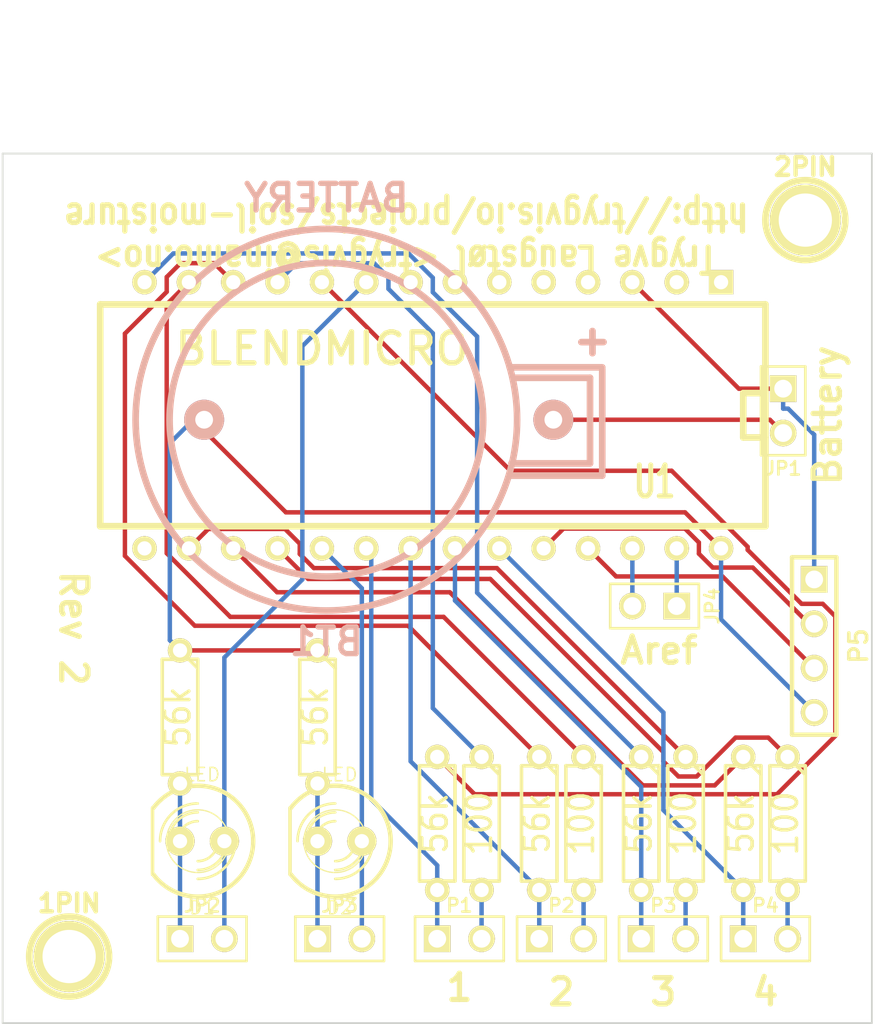
<source format=kicad_pcb>
(kicad_pcb (version 3) (host pcbnew "(22-Jun-2014 BZR 4027)-stable")

  (general
    (links 39)
    (no_connects 0)
    (area 97.485999 71.064001 148.894286 129.336001)
    (thickness 1.6)
    (drawings 13)
    (tracks 124)
    (zones 0)
    (modules 25)
    (nets 28)
  )

  (page A3)
  (layers
    (15 F.Cu signal)
    (0 B.Cu signal)
    (16 B.Adhes user)
    (17 F.Adhes user)
    (18 B.Paste user)
    (19 F.Paste user)
    (20 B.SilkS user)
    (21 F.SilkS user)
    (22 B.Mask user)
    (23 F.Mask user)
    (24 Dwgs.User user)
    (25 Cmts.User user)
    (26 Eco1.User user)
    (27 Eco2.User user)
    (28 Edge.Cuts user)
  )

  (setup
    (last_trace_width 0.254)
    (trace_clearance 0.254)
    (zone_clearance 0.508)
    (zone_45_only no)
    (trace_min 0.254)
    (segment_width 0.2)
    (edge_width 0.1)
    (via_size 0.889)
    (via_drill 0.635)
    (via_min_size 0.889)
    (via_min_drill 0.508)
    (uvia_size 0.508)
    (uvia_drill 0.127)
    (uvias_allowed no)
    (uvia_min_size 0.508)
    (uvia_min_drill 0.127)
    (pcb_text_width 0.3)
    (pcb_text_size 1.5 1.5)
    (mod_edge_width 0.15)
    (mod_text_size 1 1)
    (mod_text_width 0.15)
    (pad_size 4.064 4.064)
    (pad_drill 3.048)
    (pad_to_mask_clearance 0)
    (aux_axis_origin 97.536 129.286)
    (visible_elements FFFFFFBF)
    (pcbplotparams
      (layerselection 284196865)
      (usegerberextensions true)
      (excludeedgelayer true)
      (linewidth 0.150000)
      (plotframeref false)
      (viasonmask false)
      (mode 1)
      (useauxorigin false)
      (hpglpennumber 1)
      (hpglpenspeed 20)
      (hpglpendiameter 15)
      (hpglpenoverlay 2)
      (psnegative false)
      (psa4output false)
      (plotreference true)
      (plotvalue true)
      (plotothertext true)
      (plotinvisibletext false)
      (padsonsilk false)
      (subtractmaskfromsilk false)
      (outputformat 1)
      (mirror false)
      (drillshape 0)
      (scaleselection 1)
      (outputdirectory gerber))
  )

  (net 0 "")
  (net 1 +3.3V)
  (net 2 GND)
  (net 3 N-000001)
  (net 4 N-0000010)
  (net 5 N-0000011)
  (net 6 N-0000012)
  (net 7 N-0000013)
  (net 8 N-0000014)
  (net 9 N-0000015)
  (net 10 N-0000016)
  (net 11 N-0000017)
  (net 12 N-0000019)
  (net 13 N-000002)
  (net 14 N-0000020)
  (net 15 N-0000021)
  (net 16 N-0000022)
  (net 17 N-000003)
  (net 18 N-0000030)
  (net 19 N-0000031)
  (net 20 N-0000032)
  (net 21 N-0000033)
  (net 22 N-0000034)
  (net 23 N-000004)
  (net 24 N-000005)
  (net 25 N-000006)
  (net 26 N-000007)
  (net 27 N-000008)

  (net_class Default "This is the default net class."
    (clearance 0.254)
    (trace_width 0.254)
    (via_dia 0.889)
    (via_drill 0.635)
    (uvia_dia 0.508)
    (uvia_drill 0.127)
    (add_net "")
    (add_net +3.3V)
    (add_net GND)
    (add_net N-000001)
    (add_net N-0000010)
    (add_net N-0000011)
    (add_net N-0000012)
    (add_net N-0000013)
    (add_net N-0000014)
    (add_net N-0000015)
    (add_net N-0000016)
    (add_net N-0000017)
    (add_net N-0000019)
    (add_net N-000002)
    (add_net N-0000020)
    (add_net N-0000021)
    (add_net N-0000022)
    (add_net N-000003)
    (add_net N-0000030)
    (add_net N-0000031)
    (add_net N-0000032)
    (add_net N-0000033)
    (add_net N-0000034)
    (add_net N-000004)
    (add_net N-000005)
    (add_net N-000006)
    (add_net N-000007)
    (add_net N-000008)
  )

  (module CR2032H (layer B.Cu) (tedit 54B83094) (tstamp 54B80ED4)
    (at 116.078 94.742)
    (path /54AAF32A)
    (fp_text reference BT1 (at 0 12.7) (layer B.SilkS)
      (effects (font (size 1.524 1.524) (thickness 0.3048)) (justify mirror))
    )
    (fp_text value BATTERY (at 0 -12.7) (layer B.SilkS)
      (effects (font (size 1.524 1.524) (thickness 0.3048)) (justify mirror))
    )
    (fp_line (start 10.6 2.5) (end 15.1 2.5) (layer B.SilkS) (width 0.381))
    (fp_line (start 15.1 2.5) (end 15.1 -2.4) (layer B.SilkS) (width 0.381))
    (fp_line (start 15.1 -2.4) (end 10.7 -2.4) (layer B.SilkS) (width 0.381))
    (fp_line (start 15.8 -2.9) (end 15.8 3.2) (layer B.SilkS) (width 0.381))
    (fp_line (start 15.8 3.2) (end 10.5 3.2) (layer B.SilkS) (width 0.381))
    (fp_line (start 10.5 -3) (end 15.8 -3) (layer B.SilkS) (width 0.381))
    (fp_line (start 15.24 -3.81) (end 15.24 -5.08) (layer B.SilkS) (width 0.381))
    (fp_line (start 14.605 -4.445) (end 15.875 -4.445) (layer B.SilkS) (width 0.381))
    (fp_circle (center 0 0) (end -1.27 8.89) (layer B.SilkS) (width 0.381))
    (fp_circle (center 0 0) (end 6.35 -8.89) (layer B.SilkS) (width 0.381))
    (pad 2 thru_hole circle (at -7 0) (size 2.286 2.286) (drill 1.016)
      (layers *.Cu *.Mask B.SilkS)
      (net 2 GND)
    )
    (pad 1 thru_hole circle (at 13 0) (size 2.286 2.286) (drill 1.016)
      (layers *.Cu *.Mask B.SilkS)
      (net 12 N-0000019)
    )
  )

  (module DIP-28__600 (layer F.Cu) (tedit 200000) (tstamp 54AAE8B0)
    (at 122.174 94.488 180)
    (descr "Module Dil 28 pins, pads ronds, e=600 mils")
    (tags DIL)
    (path /54AAEF36)
    (fp_text reference U1 (at -12.7 -3.81 180) (layer F.SilkS)
      (effects (font (size 1.778 1.143) (thickness 0.3048)))
    )
    (fp_text value BLENDMICRO (at 6.35 3.81 180) (layer F.SilkS)
      (effects (font (size 1.778 1.778) (thickness 0.3048)))
    )
    (fp_line (start -19.05 -1.27) (end -19.05 -1.27) (layer F.SilkS) (width 0.381))
    (fp_line (start -19.05 -1.27) (end -17.78 -1.27) (layer F.SilkS) (width 0.381))
    (fp_line (start -17.78 -1.27) (end -17.78 1.27) (layer F.SilkS) (width 0.381))
    (fp_line (start -17.78 1.27) (end -19.05 1.27) (layer F.SilkS) (width 0.381))
    (fp_line (start -19.05 -6.35) (end 19.05 -6.35) (layer F.SilkS) (width 0.381))
    (fp_line (start 19.05 -6.35) (end 19.05 6.35) (layer F.SilkS) (width 0.381))
    (fp_line (start 19.05 6.35) (end -19.05 6.35) (layer F.SilkS) (width 0.381))
    (fp_line (start -19.05 6.35) (end -19.05 -6.35) (layer F.SilkS) (width 0.381))
    (pad 1 thru_hole rect (at -16.51 7.62 180) (size 1.397 1.397) (drill 0.8128)
      (layers *.Cu *.Mask F.SilkS)
    )
    (pad 2 thru_hole circle (at -13.97 7.62 180) (size 1.397 1.397) (drill 0.8128)
      (layers *.Cu *.Mask F.SilkS)
    )
    (pad 3 thru_hole circle (at -11.43 7.62 180) (size 1.397 1.397) (drill 0.8128)
      (layers *.Cu *.Mask F.SilkS)
      (net 1 +3.3V)
    )
    (pad 4 thru_hole circle (at -8.89 7.62 180) (size 1.397 1.397) (drill 0.8128)
      (layers *.Cu *.Mask F.SilkS)
    )
    (pad 5 thru_hole circle (at -6.35 7.62 180) (size 1.397 1.397) (drill 0.8128)
      (layers *.Cu *.Mask F.SilkS)
    )
    (pad 6 thru_hole circle (at -3.81 7.62 180) (size 1.397 1.397) (drill 0.8128)
      (layers *.Cu *.Mask F.SilkS)
    )
    (pad 7 thru_hole circle (at -1.27 7.62 180) (size 1.397 1.397) (drill 0.8128)
      (layers *.Cu *.Mask F.SilkS)
    )
    (pad 8 thru_hole circle (at 1.27 7.62 180) (size 1.397 1.397) (drill 0.8128)
      (layers *.Cu *.Mask F.SilkS)
    )
    (pad 9 thru_hole circle (at 3.81 7.62 180) (size 1.397 1.397) (drill 0.8128)
      (layers *.Cu *.Mask F.SilkS)
      (net 5 N-0000011)
    )
    (pad 10 thru_hole circle (at 6.35 7.62 180) (size 1.397 1.397) (drill 0.8128)
      (layers *.Cu *.Mask F.SilkS)
      (net 17 N-000003)
    )
    (pad 11 thru_hole circle (at 8.89 7.62 180) (size 1.397 1.397) (drill 0.8128)
      (layers *.Cu *.Mask F.SilkS)
      (net 13 N-000002)
    )
    (pad 12 thru_hole circle (at 11.43 7.62 180) (size 1.397 1.397) (drill 0.8128)
      (layers *.Cu *.Mask F.SilkS)
      (net 9 N-0000015)
    )
    (pad 13 thru_hole circle (at 13.97 7.62 180) (size 1.397 1.397) (drill 0.8128)
      (layers *.Cu *.Mask F.SilkS)
      (net 3 N-000001)
    )
    (pad 14 thru_hole circle (at 16.51 7.62 180) (size 1.397 1.397) (drill 0.8128)
      (layers *.Cu *.Mask F.SilkS)
      (net 14 N-0000020)
    )
    (pad 15 thru_hole circle (at 16.51 -7.62 180) (size 1.397 1.397) (drill 0.8128)
      (layers *.Cu *.Mask F.SilkS)
    )
    (pad 16 thru_hole circle (at 13.97 -7.62 180) (size 1.397 1.397) (drill 0.8128)
      (layers *.Cu *.Mask F.SilkS)
      (net 18 N-0000030)
    )
    (pad 17 thru_hole circle (at 11.43 -7.62 180) (size 1.397 1.397) (drill 0.8128)
      (layers *.Cu *.Mask F.SilkS)
      (net 16 N-0000022)
    )
    (pad 18 thru_hole circle (at 8.89 -7.62 180) (size 1.397 1.397) (drill 0.8128)
      (layers *.Cu *.Mask F.SilkS)
      (net 23 N-000004)
    )
    (pad 19 thru_hole circle (at 6.35 -7.62 180) (size 1.397 1.397) (drill 0.8128)
      (layers *.Cu *.Mask F.SilkS)
      (net 7 N-0000013)
    )
    (pad 20 thru_hole circle (at 3.81 -7.62 180) (size 1.397 1.397) (drill 0.8128)
      (layers *.Cu *.Mask F.SilkS)
      (net 22 N-0000034)
    )
    (pad 21 thru_hole circle (at 1.27 -7.62 180) (size 1.397 1.397) (drill 0.8128)
      (layers *.Cu *.Mask F.SilkS)
      (net 10 N-0000016)
    )
    (pad 22 thru_hole circle (at -1.27 -7.62 180) (size 1.397 1.397) (drill 0.8128)
      (layers *.Cu *.Mask F.SilkS)
      (net 20 N-0000032)
    )
    (pad 23 thru_hole circle (at -3.81 -7.62 180) (size 1.397 1.397) (drill 0.8128)
      (layers *.Cu *.Mask F.SilkS)
      (net 19 N-0000031)
    )
    (pad 24 thru_hole circle (at -6.35 -7.62 180) (size 1.397 1.397) (drill 0.8128)
      (layers *.Cu *.Mask F.SilkS)
      (net 25 N-000006)
    )
    (pad 25 thru_hole circle (at -8.89 -7.62 180) (size 1.397 1.397) (drill 0.8128)
      (layers *.Cu *.Mask F.SilkS)
      (net 26 N-000007)
    )
    (pad 26 thru_hole circle (at -11.43 -7.62 180) (size 1.397 1.397) (drill 0.8128)
      (layers *.Cu *.Mask F.SilkS)
      (net 27 N-000008)
    )
    (pad 27 thru_hole circle (at -13.97 -7.62 180) (size 1.397 1.397) (drill 0.8128)
      (layers *.Cu *.Mask F.SilkS)
      (net 8 N-0000014)
    )
    (pad 28 thru_hole circle (at -16.51 -7.62 180) (size 1.397 1.397) (drill 0.8128)
      (layers *.Cu *.Mask F.SilkS)
      (net 2 GND)
    )
    (model dil/dil_28-w600.wrl
      (at (xyz 0 0 0))
      (scale (xyz 1 1 1))
      (rotate (xyz 0 0 0))
    )
  )

  (module R3 (layer F.Cu) (tedit 4E4C0E65) (tstamp 54AAEBFB)
    (at 124.968 117.856 270)
    (descr "Resitance 3 pas")
    (tags R)
    (path /54AD9097)
    (autoplace_cost180 10)
    (fp_text reference R2 (at 0 0.127 270) (layer F.SilkS) hide
      (effects (font (size 1.397 1.27) (thickness 0.2032)))
    )
    (fp_text value 100 (at 0 0.127 270) (layer F.SilkS)
      (effects (font (size 1.397 1.27) (thickness 0.2032)))
    )
    (fp_line (start -3.81 0) (end -3.302 0) (layer F.SilkS) (width 0.2032))
    (fp_line (start 3.81 0) (end 3.302 0) (layer F.SilkS) (width 0.2032))
    (fp_line (start 3.302 0) (end 3.302 -1.016) (layer F.SilkS) (width 0.2032))
    (fp_line (start 3.302 -1.016) (end -3.302 -1.016) (layer F.SilkS) (width 0.2032))
    (fp_line (start -3.302 -1.016) (end -3.302 1.016) (layer F.SilkS) (width 0.2032))
    (fp_line (start -3.302 1.016) (end 3.302 1.016) (layer F.SilkS) (width 0.2032))
    (fp_line (start 3.302 1.016) (end 3.302 0) (layer F.SilkS) (width 0.2032))
    (fp_line (start -3.302 -0.508) (end -2.794 -1.016) (layer F.SilkS) (width 0.2032))
    (pad 1 thru_hole circle (at -3.81 0 270) (size 1.397 1.397) (drill 0.8128)
      (layers *.Cu *.Mask F.SilkS)
      (net 13 N-000002)
    )
    (pad 2 thru_hole circle (at 3.81 0 270) (size 1.397 1.397) (drill 0.8128)
      (layers *.Cu *.Mask F.SilkS)
      (net 21 N-0000033)
    )
    (model discret/resistor.wrl
      (at (xyz 0 0 0))
      (scale (xyz 0.3 0.3 0.3))
      (rotate (xyz 0 0 0))
    )
  )

  (module R3 (layer F.Cu) (tedit 4E4C0E65) (tstamp 54AAEC09)
    (at 122.428 117.856 270)
    (descr "Resitance 3 pas")
    (tags R)
    (path /54AD909D)
    (autoplace_cost180 10)
    (fp_text reference R1 (at 0 0.127 270) (layer F.SilkS) hide
      (effects (font (size 1.397 1.27) (thickness 0.2032)))
    )
    (fp_text value 56k (at 0 0.127 270) (layer F.SilkS)
      (effects (font (size 1.397 1.27) (thickness 0.2032)))
    )
    (fp_line (start -3.81 0) (end -3.302 0) (layer F.SilkS) (width 0.2032))
    (fp_line (start 3.81 0) (end 3.302 0) (layer F.SilkS) (width 0.2032))
    (fp_line (start 3.302 0) (end 3.302 -1.016) (layer F.SilkS) (width 0.2032))
    (fp_line (start 3.302 -1.016) (end -3.302 -1.016) (layer F.SilkS) (width 0.2032))
    (fp_line (start -3.302 -1.016) (end -3.302 1.016) (layer F.SilkS) (width 0.2032))
    (fp_line (start -3.302 1.016) (end 3.302 1.016) (layer F.SilkS) (width 0.2032))
    (fp_line (start 3.302 1.016) (end 3.302 0) (layer F.SilkS) (width 0.2032))
    (fp_line (start -3.302 -0.508) (end -2.794 -1.016) (layer F.SilkS) (width 0.2032))
    (pad 1 thru_hole circle (at -3.81 0 270) (size 1.397 1.397) (drill 0.8128)
      (layers *.Cu *.Mask F.SilkS)
      (net 17 N-000003)
    )
    (pad 2 thru_hole circle (at 3.81 0 270) (size 1.397 1.397) (drill 0.8128)
      (layers *.Cu *.Mask F.SilkS)
      (net 22 N-0000034)
    )
    (model discret/resistor.wrl
      (at (xyz 0 0 0))
      (scale (xyz 0.3 0.3 0.3))
      (rotate (xyz 0 0 0))
    )
  )

  (module PIN_ARRAY_2X1 (layer F.Cu) (tedit 4565C520) (tstamp 54AAEC13)
    (at 123.698 124.46)
    (descr "Connecteurs 2 pins")
    (tags "CONN DEV")
    (path /54AD90A3)
    (fp_text reference P1 (at 0 -1.905) (layer F.SilkS)
      (effects (font (size 0.762 0.762) (thickness 0.1524)))
    )
    (fp_text value CONN_2 (at 0 -1.905) (layer F.SilkS) hide
      (effects (font (size 0.762 0.762) (thickness 0.1524)))
    )
    (fp_line (start -2.54 1.27) (end -2.54 -1.27) (layer F.SilkS) (width 0.1524))
    (fp_line (start -2.54 -1.27) (end 2.54 -1.27) (layer F.SilkS) (width 0.1524))
    (fp_line (start 2.54 -1.27) (end 2.54 1.27) (layer F.SilkS) (width 0.1524))
    (fp_line (start 2.54 1.27) (end -2.54 1.27) (layer F.SilkS) (width 0.1524))
    (pad 1 thru_hole rect (at -1.27 0) (size 1.524 1.524) (drill 1.016)
      (layers *.Cu *.Mask F.SilkS)
      (net 22 N-0000034)
    )
    (pad 2 thru_hole circle (at 1.27 0) (size 1.524 1.524) (drill 1.016)
      (layers *.Cu *.Mask F.SilkS)
      (net 21 N-0000033)
    )
    (model pin_array/pins_array_2x1.wrl
      (at (xyz 0 0 0))
      (scale (xyz 1 1 1))
      (rotate (xyz 0 0 0))
    )
  )

  (module R3 (layer F.Cu) (tedit 4E4C0E65) (tstamp 54AAFBA7)
    (at 130.81 117.856 270)
    (descr "Resitance 3 pas")
    (tags R)
    (path /54AAEF56)
    (autoplace_cost180 10)
    (fp_text reference R4 (at 0 0.127 270) (layer F.SilkS) hide
      (effects (font (size 1.397 1.27) (thickness 0.2032)))
    )
    (fp_text value 100 (at 0 0.127 270) (layer F.SilkS)
      (effects (font (size 1.397 1.27) (thickness 0.2032)))
    )
    (fp_line (start -3.81 0) (end -3.302 0) (layer F.SilkS) (width 0.2032))
    (fp_line (start 3.81 0) (end 3.302 0) (layer F.SilkS) (width 0.2032))
    (fp_line (start 3.302 0) (end 3.302 -1.016) (layer F.SilkS) (width 0.2032))
    (fp_line (start 3.302 -1.016) (end -3.302 -1.016) (layer F.SilkS) (width 0.2032))
    (fp_line (start -3.302 -1.016) (end -3.302 1.016) (layer F.SilkS) (width 0.2032))
    (fp_line (start -3.302 1.016) (end 3.302 1.016) (layer F.SilkS) (width 0.2032))
    (fp_line (start 3.302 1.016) (end 3.302 0) (layer F.SilkS) (width 0.2032))
    (fp_line (start -3.302 -0.508) (end -2.794 -1.016) (layer F.SilkS) (width 0.2032))
    (pad 1 thru_hole circle (at -3.81 0 270) (size 1.397 1.397) (drill 0.8128)
      (layers *.Cu *.Mask F.SilkS)
      (net 3 N-000001)
    )
    (pad 2 thru_hole circle (at 3.81 0 270) (size 1.397 1.397) (drill 0.8128)
      (layers *.Cu *.Mask F.SilkS)
      (net 11 N-0000017)
    )
    (model discret/resistor.wrl
      (at (xyz 0 0 0))
      (scale (xyz 0.3 0.3 0.3))
      (rotate (xyz 0 0 0))
    )
  )

  (module R3 (layer F.Cu) (tedit 4E4C0E65) (tstamp 54AAFBB5)
    (at 128.27 117.856 270)
    (descr "Resitance 3 pas")
    (tags R)
    (path /54AAEF65)
    (autoplace_cost180 10)
    (fp_text reference R3 (at 0 0.127 270) (layer F.SilkS) hide
      (effects (font (size 1.397 1.27) (thickness 0.2032)))
    )
    (fp_text value 56k (at 0 0.127 270) (layer F.SilkS)
      (effects (font (size 1.397 1.27) (thickness 0.2032)))
    )
    (fp_line (start -3.81 0) (end -3.302 0) (layer F.SilkS) (width 0.2032))
    (fp_line (start 3.81 0) (end 3.302 0) (layer F.SilkS) (width 0.2032))
    (fp_line (start 3.302 0) (end 3.302 -1.016) (layer F.SilkS) (width 0.2032))
    (fp_line (start 3.302 -1.016) (end -3.302 -1.016) (layer F.SilkS) (width 0.2032))
    (fp_line (start -3.302 -1.016) (end -3.302 1.016) (layer F.SilkS) (width 0.2032))
    (fp_line (start -3.302 1.016) (end 3.302 1.016) (layer F.SilkS) (width 0.2032))
    (fp_line (start 3.302 1.016) (end 3.302 0) (layer F.SilkS) (width 0.2032))
    (fp_line (start -3.302 -0.508) (end -2.794 -1.016) (layer F.SilkS) (width 0.2032))
    (pad 1 thru_hole circle (at -3.81 0 270) (size 1.397 1.397) (drill 0.8128)
      (layers *.Cu *.Mask F.SilkS)
      (net 9 N-0000015)
    )
    (pad 2 thru_hole circle (at 3.81 0 270) (size 1.397 1.397) (drill 0.8128)
      (layers *.Cu *.Mask F.SilkS)
      (net 10 N-0000016)
    )
    (model discret/resistor.wrl
      (at (xyz 0 0 0))
      (scale (xyz 0.3 0.3 0.3))
      (rotate (xyz 0 0 0))
    )
  )

  (module PIN_ARRAY_2X1 (layer F.Cu) (tedit 54B81F21) (tstamp 54AAFBBF)
    (at 142.24 94.234 270)
    (descr "Connecteurs 2 pins")
    (tags "CONN DEV")
    (path /54AAF39B)
    (fp_text reference JP1 (at 3.302 0 360) (layer F.SilkS)
      (effects (font (size 0.762 0.762) (thickness 0.1524)))
    )
    (fp_text value Battery (at 0 -1.905 270) (layer F.SilkS) hide
      (effects (font (size 0.762 0.762) (thickness 0.1524)))
    )
    (fp_line (start -2.54 1.27) (end -2.54 -1.27) (layer F.SilkS) (width 0.1524))
    (fp_line (start -2.54 -1.27) (end 2.54 -1.27) (layer F.SilkS) (width 0.1524))
    (fp_line (start 2.54 -1.27) (end 2.54 1.27) (layer F.SilkS) (width 0.1524))
    (fp_line (start 2.54 1.27) (end -2.54 1.27) (layer F.SilkS) (width 0.1524))
    (pad 1 thru_hole rect (at -1.27 0 270) (size 1.524 1.524) (drill 1.016)
      (layers *.Cu *.Mask F.SilkS)
      (net 1 +3.3V)
    )
    (pad 2 thru_hole circle (at 1.27 0 270) (size 1.524 1.524) (drill 1.016)
      (layers *.Cu *.Mask F.SilkS)
      (net 12 N-0000019)
    )
    (model pin_array/pins_array_2x1.wrl
      (at (xyz 0 0 0))
      (scale (xyz 1 1 1))
      (rotate (xyz 0 0 0))
    )
  )

  (module PIN_ARRAY_2X1 (layer F.Cu) (tedit 4565C520) (tstamp 54AAFBC9)
    (at 129.54 124.46)
    (descr "Connecteurs 2 pins")
    (tags "CONN DEV")
    (path /54AAEF8F)
    (fp_text reference P2 (at 0 -1.905) (layer F.SilkS)
      (effects (font (size 0.762 0.762) (thickness 0.1524)))
    )
    (fp_text value CONN_2 (at 0 -1.905) (layer F.SilkS) hide
      (effects (font (size 0.762 0.762) (thickness 0.1524)))
    )
    (fp_line (start -2.54 1.27) (end -2.54 -1.27) (layer F.SilkS) (width 0.1524))
    (fp_line (start -2.54 -1.27) (end 2.54 -1.27) (layer F.SilkS) (width 0.1524))
    (fp_line (start 2.54 -1.27) (end 2.54 1.27) (layer F.SilkS) (width 0.1524))
    (fp_line (start 2.54 1.27) (end -2.54 1.27) (layer F.SilkS) (width 0.1524))
    (pad 1 thru_hole rect (at -1.27 0) (size 1.524 1.524) (drill 1.016)
      (layers *.Cu *.Mask F.SilkS)
      (net 10 N-0000016)
    )
    (pad 2 thru_hole circle (at 1.27 0) (size 1.524 1.524) (drill 1.016)
      (layers *.Cu *.Mask F.SilkS)
      (net 11 N-0000017)
    )
    (model pin_array/pins_array_2x1.wrl
      (at (xyz 0 0 0))
      (scale (xyz 1 1 1))
      (rotate (xyz 0 0 0))
    )
  )

  (module 1pin (layer F.Cu) (tedit 200000) (tstamp 54ACC087)
    (at 101.346 125.476)
    (descr "module 1 pin (ou trou mecanique de percage)")
    (tags DEV)
    (path 1pin)
    (fp_text reference 1PIN (at 0 -3.048) (layer F.SilkS)
      (effects (font (size 1.016 1.016) (thickness 0.254)))
    )
    (fp_text value P*** (at 0 2.794) (layer F.SilkS) hide
      (effects (font (size 1.016 1.016) (thickness 0.254)))
    )
    (fp_circle (center 0 0) (end 0 -2.286) (layer F.SilkS) (width 0.381))
    (pad 1 thru_hole circle (at 0 0) (size 4.064 4.064) (drill 3.048)
      (layers *.Cu *.Mask F.SilkS)
    )
  )

  (module R3 (layer F.Cu) (tedit 4E4C0E65) (tstamp 54AD91A2)
    (at 139.954 117.856 270)
    (descr "Resitance 3 pas")
    (tags R)
    (path /54AD9084)
    (autoplace_cost180 10)
    (fp_text reference R8 (at 0 0.127 270) (layer F.SilkS) hide
      (effects (font (size 1.397 1.27) (thickness 0.2032)))
    )
    (fp_text value 56k (at 0 0.127 270) (layer F.SilkS)
      (effects (font (size 1.397 1.27) (thickness 0.2032)))
    )
    (fp_line (start -3.81 0) (end -3.302 0) (layer F.SilkS) (width 0.2032))
    (fp_line (start 3.81 0) (end 3.302 0) (layer F.SilkS) (width 0.2032))
    (fp_line (start 3.302 0) (end 3.302 -1.016) (layer F.SilkS) (width 0.2032))
    (fp_line (start 3.302 -1.016) (end -3.302 -1.016) (layer F.SilkS) (width 0.2032))
    (fp_line (start -3.302 -1.016) (end -3.302 1.016) (layer F.SilkS) (width 0.2032))
    (fp_line (start -3.302 1.016) (end 3.302 1.016) (layer F.SilkS) (width 0.2032))
    (fp_line (start 3.302 1.016) (end 3.302 0) (layer F.SilkS) (width 0.2032))
    (fp_line (start -3.302 -0.508) (end -2.794 -1.016) (layer F.SilkS) (width 0.2032))
    (pad 1 thru_hole circle (at -3.81 0 270) (size 1.397 1.397) (drill 0.8128)
      (layers *.Cu *.Mask F.SilkS)
      (net 16 N-0000022)
    )
    (pad 2 thru_hole circle (at 3.81 0 270) (size 1.397 1.397) (drill 0.8128)
      (layers *.Cu *.Mask F.SilkS)
      (net 19 N-0000031)
    )
    (model discret/resistor.wrl
      (at (xyz 0 0 0))
      (scale (xyz 0.3 0.3 0.3))
      (rotate (xyz 0 0 0))
    )
  )

  (module R3 (layer F.Cu) (tedit 4E4C0E65) (tstamp 54AD91B0)
    (at 107.696 111.76 270)
    (descr "Resitance 3 pas")
    (tags R)
    (path /54B80E75)
    (autoplace_cost180 10)
    (fp_text reference R7 (at 0 0.127 270) (layer F.SilkS) hide
      (effects (font (size 1.397 1.27) (thickness 0.2032)))
    )
    (fp_text value 56k (at 0 0.127 270) (layer F.SilkS)
      (effects (font (size 1.397 1.27) (thickness 0.2032)))
    )
    (fp_line (start -3.81 0) (end -3.302 0) (layer F.SilkS) (width 0.2032))
    (fp_line (start 3.81 0) (end 3.302 0) (layer F.SilkS) (width 0.2032))
    (fp_line (start 3.302 0) (end 3.302 -1.016) (layer F.SilkS) (width 0.2032))
    (fp_line (start 3.302 -1.016) (end -3.302 -1.016) (layer F.SilkS) (width 0.2032))
    (fp_line (start -3.302 -1.016) (end -3.302 1.016) (layer F.SilkS) (width 0.2032))
    (fp_line (start -3.302 1.016) (end 3.302 1.016) (layer F.SilkS) (width 0.2032))
    (fp_line (start 3.302 1.016) (end 3.302 0) (layer F.SilkS) (width 0.2032))
    (fp_line (start -3.302 -0.508) (end -2.794 -1.016) (layer F.SilkS) (width 0.2032))
    (pad 1 thru_hole circle (at -3.81 0 270) (size 1.397 1.397) (drill 0.8128)
      (layers *.Cu *.Mask F.SilkS)
      (net 2 GND)
    )
    (pad 2 thru_hole circle (at 3.81 0 270) (size 1.397 1.397) (drill 0.8128)
      (layers *.Cu *.Mask F.SilkS)
      (net 4 N-0000010)
    )
    (model discret/resistor.wrl
      (at (xyz 0 0 0))
      (scale (xyz 0.3 0.3 0.3))
      (rotate (xyz 0 0 0))
    )
  )

  (module R3 (layer F.Cu) (tedit 4E4C0E65) (tstamp 54AD91BE)
    (at 136.652 117.856 270)
    (descr "Resitance 3 pas")
    (tags R)
    (path /54AAFA5A)
    (autoplace_cost180 10)
    (fp_text reference R6 (at 0 0.127 270) (layer F.SilkS) hide
      (effects (font (size 1.397 1.27) (thickness 0.2032)))
    )
    (fp_text value 100 (at 0 0.127 270) (layer F.SilkS)
      (effects (font (size 1.397 1.27) (thickness 0.2032)))
    )
    (fp_line (start -3.81 0) (end -3.302 0) (layer F.SilkS) (width 0.2032))
    (fp_line (start 3.81 0) (end 3.302 0) (layer F.SilkS) (width 0.2032))
    (fp_line (start 3.302 0) (end 3.302 -1.016) (layer F.SilkS) (width 0.2032))
    (fp_line (start 3.302 -1.016) (end -3.302 -1.016) (layer F.SilkS) (width 0.2032))
    (fp_line (start -3.302 -1.016) (end -3.302 1.016) (layer F.SilkS) (width 0.2032))
    (fp_line (start -3.302 1.016) (end 3.302 1.016) (layer F.SilkS) (width 0.2032))
    (fp_line (start 3.302 1.016) (end 3.302 0) (layer F.SilkS) (width 0.2032))
    (fp_line (start -3.302 -0.508) (end -2.794 -1.016) (layer F.SilkS) (width 0.2032))
    (pad 1 thru_hole circle (at -3.81 0 270) (size 1.397 1.397) (drill 0.8128)
      (layers *.Cu *.Mask F.SilkS)
      (net 18 N-0000030)
    )
    (pad 2 thru_hole circle (at 3.81 0 270) (size 1.397 1.397) (drill 0.8128)
      (layers *.Cu *.Mask F.SilkS)
      (net 15 N-0000021)
    )
    (model discret/resistor.wrl
      (at (xyz 0 0 0))
      (scale (xyz 0.3 0.3 0.3))
      (rotate (xyz 0 0 0))
    )
  )

  (module R3 (layer F.Cu) (tedit 4E4C0E65) (tstamp 54AD91CC)
    (at 134.112 117.856 270)
    (descr "Resitance 3 pas")
    (tags R)
    (path /54AAFA60)
    (autoplace_cost180 10)
    (fp_text reference R5 (at 0 0.127 270) (layer F.SilkS) hide
      (effects (font (size 1.397 1.27) (thickness 0.2032)))
    )
    (fp_text value 56k (at 0 0.127 270) (layer F.SilkS)
      (effects (font (size 1.397 1.27) (thickness 0.2032)))
    )
    (fp_line (start -3.81 0) (end -3.302 0) (layer F.SilkS) (width 0.2032))
    (fp_line (start 3.81 0) (end 3.302 0) (layer F.SilkS) (width 0.2032))
    (fp_line (start 3.302 0) (end 3.302 -1.016) (layer F.SilkS) (width 0.2032))
    (fp_line (start 3.302 -1.016) (end -3.302 -1.016) (layer F.SilkS) (width 0.2032))
    (fp_line (start -3.302 -1.016) (end -3.302 1.016) (layer F.SilkS) (width 0.2032))
    (fp_line (start -3.302 1.016) (end 3.302 1.016) (layer F.SilkS) (width 0.2032))
    (fp_line (start 3.302 1.016) (end 3.302 0) (layer F.SilkS) (width 0.2032))
    (fp_line (start -3.302 -0.508) (end -2.794 -1.016) (layer F.SilkS) (width 0.2032))
    (pad 1 thru_hole circle (at -3.81 0 270) (size 1.397 1.397) (drill 0.8128)
      (layers *.Cu *.Mask F.SilkS)
      (net 14 N-0000020)
    )
    (pad 2 thru_hole circle (at 3.81 0 270) (size 1.397 1.397) (drill 0.8128)
      (layers *.Cu *.Mask F.SilkS)
      (net 20 N-0000032)
    )
    (model discret/resistor.wrl
      (at (xyz 0 0 0))
      (scale (xyz 0.3 0.3 0.3))
      (rotate (xyz 0 0 0))
    )
  )

  (module PIN_ARRAY_2X1 (layer F.Cu) (tedit 4565C520) (tstamp 54AD91D6)
    (at 141.224 124.46)
    (descr "Connecteurs 2 pins")
    (tags "CONN DEV")
    (path /54AD908A)
    (fp_text reference P4 (at 0 -1.905) (layer F.SilkS)
      (effects (font (size 0.762 0.762) (thickness 0.1524)))
    )
    (fp_text value CONN_2 (at 0 -1.905) (layer F.SilkS) hide
      (effects (font (size 0.762 0.762) (thickness 0.1524)))
    )
    (fp_line (start -2.54 1.27) (end -2.54 -1.27) (layer F.SilkS) (width 0.1524))
    (fp_line (start -2.54 -1.27) (end 2.54 -1.27) (layer F.SilkS) (width 0.1524))
    (fp_line (start 2.54 -1.27) (end 2.54 1.27) (layer F.SilkS) (width 0.1524))
    (fp_line (start 2.54 1.27) (end -2.54 1.27) (layer F.SilkS) (width 0.1524))
    (pad 1 thru_hole rect (at -1.27 0) (size 1.524 1.524) (drill 1.016)
      (layers *.Cu *.Mask F.SilkS)
      (net 19 N-0000031)
    )
    (pad 2 thru_hole circle (at 1.27 0) (size 1.524 1.524) (drill 1.016)
      (layers *.Cu *.Mask F.SilkS)
      (net 24 N-000005)
    )
    (model pin_array/pins_array_2x1.wrl
      (at (xyz 0 0 0))
      (scale (xyz 1 1 1))
      (rotate (xyz 0 0 0))
    )
  )

  (module PIN_ARRAY_2X1 (layer F.Cu) (tedit 4565C520) (tstamp 54AD91E0)
    (at 135.382 124.46)
    (descr "Connecteurs 2 pins")
    (tags "CONN DEV")
    (path /54AAFA66)
    (fp_text reference P3 (at 0 -1.905) (layer F.SilkS)
      (effects (font (size 0.762 0.762) (thickness 0.1524)))
    )
    (fp_text value CONN_2 (at 0 -1.905) (layer F.SilkS) hide
      (effects (font (size 0.762 0.762) (thickness 0.1524)))
    )
    (fp_line (start -2.54 1.27) (end -2.54 -1.27) (layer F.SilkS) (width 0.1524))
    (fp_line (start -2.54 -1.27) (end 2.54 -1.27) (layer F.SilkS) (width 0.1524))
    (fp_line (start 2.54 -1.27) (end 2.54 1.27) (layer F.SilkS) (width 0.1524))
    (fp_line (start 2.54 1.27) (end -2.54 1.27) (layer F.SilkS) (width 0.1524))
    (pad 1 thru_hole rect (at -1.27 0) (size 1.524 1.524) (drill 1.016)
      (layers *.Cu *.Mask F.SilkS)
      (net 20 N-0000032)
    )
    (pad 2 thru_hole circle (at 1.27 0) (size 1.524 1.524) (drill 1.016)
      (layers *.Cu *.Mask F.SilkS)
      (net 15 N-0000021)
    )
    (model pin_array/pins_array_2x1.wrl
      (at (xyz 0 0 0))
      (scale (xyz 1 1 1))
      (rotate (xyz 0 0 0))
    )
  )

  (module R3 (layer F.Cu) (tedit 4E4C0E65) (tstamp 54B80E95)
    (at 115.57 111.76 270)
    (descr "Resitance 3 pas")
    (tags R)
    (path /54B80F3D)
    (autoplace_cost180 10)
    (fp_text reference R9 (at 0 0.127 270) (layer F.SilkS) hide
      (effects (font (size 1.397 1.27) (thickness 0.2032)))
    )
    (fp_text value 56k (at 0 0.127 270) (layer F.SilkS)
      (effects (font (size 1.397 1.27) (thickness 0.2032)))
    )
    (fp_line (start -3.81 0) (end -3.302 0) (layer F.SilkS) (width 0.2032))
    (fp_line (start 3.81 0) (end 3.302 0) (layer F.SilkS) (width 0.2032))
    (fp_line (start 3.302 0) (end 3.302 -1.016) (layer F.SilkS) (width 0.2032))
    (fp_line (start 3.302 -1.016) (end -3.302 -1.016) (layer F.SilkS) (width 0.2032))
    (fp_line (start -3.302 -1.016) (end -3.302 1.016) (layer F.SilkS) (width 0.2032))
    (fp_line (start -3.302 1.016) (end 3.302 1.016) (layer F.SilkS) (width 0.2032))
    (fp_line (start 3.302 1.016) (end 3.302 0) (layer F.SilkS) (width 0.2032))
    (fp_line (start -3.302 -0.508) (end -2.794 -1.016) (layer F.SilkS) (width 0.2032))
    (pad 1 thru_hole circle (at -3.81 0 270) (size 1.397 1.397) (drill 0.8128)
      (layers *.Cu *.Mask F.SilkS)
      (net 2 GND)
    )
    (pad 2 thru_hole circle (at 3.81 0 270) (size 1.397 1.397) (drill 0.8128)
      (layers *.Cu *.Mask F.SilkS)
      (net 6 N-0000012)
    )
    (model discret/resistor.wrl
      (at (xyz 0 0 0))
      (scale (xyz 0.3 0.3 0.3))
      (rotate (xyz 0 0 0))
    )
  )

  (module R3 (layer F.Cu) (tedit 4E4C0E65) (tstamp 54B80EA3)
    (at 142.494 117.856 270)
    (descr "Resitance 3 pas")
    (tags R)
    (path /54ADA407)
    (autoplace_cost180 10)
    (fp_text reference R10 (at 0 0.127 270) (layer F.SilkS) hide
      (effects (font (size 1.397 1.27) (thickness 0.2032)))
    )
    (fp_text value 100 (at 0 0.127 270) (layer F.SilkS)
      (effects (font (size 1.397 1.27) (thickness 0.2032)))
    )
    (fp_line (start -3.81 0) (end -3.302 0) (layer F.SilkS) (width 0.2032))
    (fp_line (start 3.81 0) (end 3.302 0) (layer F.SilkS) (width 0.2032))
    (fp_line (start 3.302 0) (end 3.302 -1.016) (layer F.SilkS) (width 0.2032))
    (fp_line (start 3.302 -1.016) (end -3.302 -1.016) (layer F.SilkS) (width 0.2032))
    (fp_line (start -3.302 -1.016) (end -3.302 1.016) (layer F.SilkS) (width 0.2032))
    (fp_line (start -3.302 1.016) (end 3.302 1.016) (layer F.SilkS) (width 0.2032))
    (fp_line (start 3.302 1.016) (end 3.302 0) (layer F.SilkS) (width 0.2032))
    (fp_line (start -3.302 -0.508) (end -2.794 -1.016) (layer F.SilkS) (width 0.2032))
    (pad 1 thru_hole circle (at -3.81 0 270) (size 1.397 1.397) (drill 0.8128)
      (layers *.Cu *.Mask F.SilkS)
      (net 23 N-000004)
    )
    (pad 2 thru_hole circle (at 3.81 0 270) (size 1.397 1.397) (drill 0.8128)
      (layers *.Cu *.Mask F.SilkS)
      (net 24 N-000005)
    )
    (model discret/resistor.wrl
      (at (xyz 0 0 0))
      (scale (xyz 0.3 0.3 0.3))
      (rotate (xyz 0 0 0))
    )
  )

  (module LED-5MM (layer F.Cu) (tedit 50ADE86B) (tstamp 54B80EB2)
    (at 108.966 118.872 180)
    (descr "LED 5mm - Lead pitch 100mil (2,54mm)")
    (tags "LED led 5mm 5MM 100mil 2,54mm")
    (path /54B80D76)
    (fp_text reference D1 (at 0 -3.81 180) (layer F.SilkS)
      (effects (font (size 0.762 0.762) (thickness 0.0889)))
    )
    (fp_text value LED (at 0 3.81 180) (layer F.SilkS)
      (effects (font (size 0.762 0.762) (thickness 0.0889)))
    )
    (fp_line (start 2.8448 1.905) (end 2.8448 -1.905) (layer F.SilkS) (width 0.2032))
    (fp_circle (center 0.254 0) (end -1.016 1.27) (layer F.SilkS) (width 0.0762))
    (fp_arc (start 0.254 0) (end 2.794 1.905) (angle 286.2) (layer F.SilkS) (width 0.254))
    (fp_arc (start 0.254 0) (end -0.889 0) (angle 90) (layer F.SilkS) (width 0.1524))
    (fp_arc (start 0.254 0) (end 1.397 0) (angle 90) (layer F.SilkS) (width 0.1524))
    (fp_arc (start 0.254 0) (end -1.397 0) (angle 90) (layer F.SilkS) (width 0.1524))
    (fp_arc (start 0.254 0) (end 1.905 0) (angle 90) (layer F.SilkS) (width 0.1524))
    (fp_arc (start 0.254 0) (end -1.905 0) (angle 90) (layer F.SilkS) (width 0.1524))
    (fp_arc (start 0.254 0) (end 2.413 0) (angle 90) (layer F.SilkS) (width 0.1524))
    (pad 1 thru_hole circle (at -1.27 0 180) (size 1.6764 1.6764) (drill 0.8128)
      (layers *.Cu *.Mask F.SilkS)
      (net 5 N-0000011)
    )
    (pad 2 thru_hole circle (at 1.27 0 180) (size 1.6764 1.6764) (drill 0.8128)
      (layers *.Cu *.Mask F.SilkS)
      (net 4 N-0000010)
    )
    (model discret/leds/led5_vertical_verde.wrl
      (at (xyz 0 0 0))
      (scale (xyz 1 1 1))
      (rotate (xyz 0 0 0))
    )
  )

  (module LED-5MM (layer F.Cu) (tedit 50ADE86B) (tstamp 54B80EC1)
    (at 116.84 118.872 180)
    (descr "LED 5mm - Lead pitch 100mil (2,54mm)")
    (tags "LED led 5mm 5MM 100mil 2,54mm")
    (path /54B80D8E)
    (fp_text reference D2 (at 0 -3.81 180) (layer F.SilkS)
      (effects (font (size 0.762 0.762) (thickness 0.0889)))
    )
    (fp_text value LED (at 0 3.81 180) (layer F.SilkS)
      (effects (font (size 0.762 0.762) (thickness 0.0889)))
    )
    (fp_line (start 2.8448 1.905) (end 2.8448 -1.905) (layer F.SilkS) (width 0.2032))
    (fp_circle (center 0.254 0) (end -1.016 1.27) (layer F.SilkS) (width 0.0762))
    (fp_arc (start 0.254 0) (end 2.794 1.905) (angle 286.2) (layer F.SilkS) (width 0.254))
    (fp_arc (start 0.254 0) (end -0.889 0) (angle 90) (layer F.SilkS) (width 0.1524))
    (fp_arc (start 0.254 0) (end 1.397 0) (angle 90) (layer F.SilkS) (width 0.1524))
    (fp_arc (start 0.254 0) (end -1.397 0) (angle 90) (layer F.SilkS) (width 0.1524))
    (fp_arc (start 0.254 0) (end 1.905 0) (angle 90) (layer F.SilkS) (width 0.1524))
    (fp_arc (start 0.254 0) (end -1.905 0) (angle 90) (layer F.SilkS) (width 0.1524))
    (fp_arc (start 0.254 0) (end 2.413 0) (angle 90) (layer F.SilkS) (width 0.1524))
    (pad 1 thru_hole circle (at -1.27 0 180) (size 1.6764 1.6764) (drill 0.8128)
      (layers *.Cu *.Mask F.SilkS)
      (net 7 N-0000013)
    )
    (pad 2 thru_hole circle (at 1.27 0 180) (size 1.6764 1.6764) (drill 0.8128)
      (layers *.Cu *.Mask F.SilkS)
      (net 6 N-0000012)
    )
    (model discret/leds/led5_vertical_verde.wrl
      (at (xyz 0 0 0))
      (scale (xyz 1 1 1))
      (rotate (xyz 0 0 0))
    )
  )

  (module PIN_ARRAY_2X1 (layer F.Cu) (tedit 4565C520) (tstamp 54B811BE)
    (at 108.966 124.46)
    (descr "Connecteurs 2 pins")
    (tags "CONN DEV")
    (path /54B81152)
    (fp_text reference JP2 (at 0 -1.905) (layer F.SilkS)
      (effects (font (size 0.762 0.762) (thickness 0.1524)))
    )
    (fp_text value LED1 (at 0 -1.905) (layer F.SilkS) hide
      (effects (font (size 0.762 0.762) (thickness 0.1524)))
    )
    (fp_line (start -2.54 1.27) (end -2.54 -1.27) (layer F.SilkS) (width 0.1524))
    (fp_line (start -2.54 -1.27) (end 2.54 -1.27) (layer F.SilkS) (width 0.1524))
    (fp_line (start 2.54 -1.27) (end 2.54 1.27) (layer F.SilkS) (width 0.1524))
    (fp_line (start 2.54 1.27) (end -2.54 1.27) (layer F.SilkS) (width 0.1524))
    (pad 1 thru_hole rect (at -1.27 0) (size 1.524 1.524) (drill 1.016)
      (layers *.Cu *.Mask F.SilkS)
      (net 4 N-0000010)
    )
    (pad 2 thru_hole circle (at 1.27 0) (size 1.524 1.524) (drill 1.016)
      (layers *.Cu *.Mask F.SilkS)
      (net 5 N-0000011)
    )
    (model pin_array/pins_array_2x1.wrl
      (at (xyz 0 0 0))
      (scale (xyz 1 1 1))
      (rotate (xyz 0 0 0))
    )
  )

  (module PIN_ARRAY_2X1 (layer F.Cu) (tedit 4565C520) (tstamp 54B811C8)
    (at 116.84 124.46)
    (descr "Connecteurs 2 pins")
    (tags "CONN DEV")
    (path /54B81169)
    (fp_text reference JP3 (at 0 -1.905) (layer F.SilkS)
      (effects (font (size 0.762 0.762) (thickness 0.1524)))
    )
    (fp_text value LED2 (at 0 -1.905) (layer F.SilkS) hide
      (effects (font (size 0.762 0.762) (thickness 0.1524)))
    )
    (fp_line (start -2.54 1.27) (end -2.54 -1.27) (layer F.SilkS) (width 0.1524))
    (fp_line (start -2.54 -1.27) (end 2.54 -1.27) (layer F.SilkS) (width 0.1524))
    (fp_line (start 2.54 -1.27) (end 2.54 1.27) (layer F.SilkS) (width 0.1524))
    (fp_line (start 2.54 1.27) (end -2.54 1.27) (layer F.SilkS) (width 0.1524))
    (pad 1 thru_hole rect (at -1.27 0) (size 1.524 1.524) (drill 1.016)
      (layers *.Cu *.Mask F.SilkS)
      (net 6 N-0000012)
    )
    (pad 2 thru_hole circle (at 1.27 0) (size 1.524 1.524) (drill 1.016)
      (layers *.Cu *.Mask F.SilkS)
      (net 7 N-0000013)
    )
    (model pin_array/pins_array_2x1.wrl
      (at (xyz 0 0 0))
      (scale (xyz 1 1 1))
      (rotate (xyz 0 0 0))
    )
  )

  (module 1pin (layer F.Cu) (tedit 54B81A0C) (tstamp 54BA60E7)
    (at 143.51 83.312)
    (descr "module 1 pin (ou trou mecanique de percage)")
    (tags DEV)
    (path 1pin)
    (fp_text reference 2PIN (at 0 -3.048) (layer F.SilkS)
      (effects (font (size 1.016 1.016) (thickness 0.254)))
    )
    (fp_text value P*** (at 0 2.794) (layer F.SilkS) hide
      (effects (font (size 1.016 1.016) (thickness 0.254)))
    )
    (fp_circle (center 0 0) (end 0 -2.286) (layer F.SilkS) (width 0.381))
    (pad 1 thru_hole circle (at 0 0) (size 4.064 4.064) (drill 3.048)
      (layers *.Cu *.Mask F.SilkS)
    )
  )

  (module PIN_ARRAY_4x1 (layer F.Cu) (tedit 4C10F42E) (tstamp 54BA610A)
    (at 144.018 107.696 270)
    (descr "Double rangee de contacts 2 x 5 pins")
    (tags CONN)
    (path /54B81E71)
    (fp_text reference P5 (at 0 -2.54 270) (layer F.SilkS)
      (effects (font (size 1.016 1.016) (thickness 0.2032)))
    )
    (fp_text value CONN_4 (at 0 2.54 270) (layer F.SilkS) hide
      (effects (font (size 1.016 1.016) (thickness 0.2032)))
    )
    (fp_line (start 5.08 1.27) (end -5.08 1.27) (layer F.SilkS) (width 0.254))
    (fp_line (start 5.08 -1.27) (end -5.08 -1.27) (layer F.SilkS) (width 0.254))
    (fp_line (start -5.08 -1.27) (end -5.08 1.27) (layer F.SilkS) (width 0.254))
    (fp_line (start 5.08 1.27) (end 5.08 -1.27) (layer F.SilkS) (width 0.254))
    (pad 1 thru_hole rect (at -3.81 0 270) (size 1.524 1.524) (drill 1.016)
      (layers *.Cu *.Mask F.SilkS)
      (net 1 +3.3V)
    )
    (pad 2 thru_hole circle (at -1.27 0 270) (size 1.524 1.524) (drill 1.016)
      (layers *.Cu *.Mask F.SilkS)
      (net 25 N-000006)
    )
    (pad 3 thru_hole circle (at 1.27 0 270) (size 1.524 1.524) (drill 1.016)
      (layers *.Cu *.Mask F.SilkS)
      (net 26 N-000007)
    )
    (pad 4 thru_hole circle (at 3.81 0 270) (size 1.524 1.524) (drill 1.016)
      (layers *.Cu *.Mask F.SilkS)
      (net 2 GND)
    )
    (model pin_array\pins_array_4x1.wrl
      (at (xyz 0 0 0))
      (scale (xyz 1 1 1))
      (rotate (xyz 0 0 0))
    )
  )

  (module PIN_ARRAY_2X1 (layer F.Cu) (tedit 54B81EF0) (tstamp 54BA6114)
    (at 134.874 105.41 180)
    (descr "Connecteurs 2 pins")
    (tags "CONN DEV")
    (path /54B81AD2)
    (fp_text reference JP4 (at -3.302 0 270) (layer F.SilkS)
      (effects (font (size 0.762 0.762) (thickness 0.1524)))
    )
    (fp_text value Aref (at 0 -1.905 180) (layer F.SilkS) hide
      (effects (font (size 0.762 0.762) (thickness 0.1524)))
    )
    (fp_line (start -2.54 1.27) (end -2.54 -1.27) (layer F.SilkS) (width 0.1524))
    (fp_line (start -2.54 -1.27) (end 2.54 -1.27) (layer F.SilkS) (width 0.1524))
    (fp_line (start 2.54 -1.27) (end 2.54 1.27) (layer F.SilkS) (width 0.1524))
    (fp_line (start 2.54 1.27) (end -2.54 1.27) (layer F.SilkS) (width 0.1524))
    (pad 1 thru_hole rect (at -1.27 0 180) (size 1.524 1.524) (drill 1.016)
      (layers *.Cu *.Mask F.SilkS)
      (net 8 N-0000014)
    )
    (pad 2 thru_hole circle (at 1.27 0 180) (size 1.524 1.524) (drill 1.016)
      (layers *.Cu *.Mask F.SilkS)
      (net 27 N-000008)
    )
    (model pin_array/pins_array_2x1.wrl
      (at (xyz 0 0 0))
      (scale (xyz 1 1 1))
      (rotate (xyz 0 0 0))
    )
  )

  (gr_text "Rev 2" (at 101.6 106.68 270) (layer F.SilkS)
    (effects (font (size 1.5 1.5) (thickness 0.3)))
  )
  (gr_text "Trygve Laugstøl <trygvis@inamo.no>\nhttp://trygvis.io/projects/soil-moisture\n" (at 120.65 84.328 180) (layer F.SilkS)
    (effects (font (size 1.5 1.27) (thickness 0.3)))
  )
  (gr_text Battery (at 144.78 94.488 90) (layer F.SilkS)
    (effects (font (size 1.5 1.5) (thickness 0.3)))
  )
  (gr_text Aref (at 135.128 107.95) (layer F.SilkS)
    (effects (font (size 1.5 1.5) (thickness 0.3)))
  )
  (gr_text 4 (at 141.224 127.508) (layer F.SilkS)
    (effects (font (size 1.5 1.5) (thickness 0.3)))
  )
  (gr_text 3 (at 135.382 127.508) (layer F.SilkS)
    (effects (font (size 1.5 1.5) (thickness 0.3)))
  )
  (gr_text 2 (at 129.54 127.508) (layer F.SilkS)
    (effects (font (size 1.5 1.5) (thickness 0.3)))
  )
  (gr_text 1 (at 123.698 127.254) (layer F.SilkS)
    (effects (font (size 1.5 1.5) (thickness 0.3)))
  )
  (gr_line (start 97.536 129.286) (end 147.32 129.286) (angle 90) (layer Edge.Cuts) (width 0.1))
  (gr_line (start 147.32 79.502) (end 97.536 79.502) (angle 90) (layer Edge.Cuts) (width 0.1))
  (dimension 49.784 (width 0.3) (layer Dwgs.User)
    (gr_text "49.784 mm" (at 122.428 72.564001) (layer Dwgs.User)
      (effects (font (size 1.5 1.5) (thickness 0.3)))
    )
    (feature1 (pts (xy 147.32 79.502) (xy 147.32 71.214001)))
    (feature2 (pts (xy 97.536 79.502) (xy 97.536 71.214001)))
    (crossbar (pts (xy 97.536 73.914001) (xy 147.32 73.914001)))
    (arrow1a (pts (xy 147.32 73.914001) (xy 146.193497 74.500421)))
    (arrow1b (pts (xy 147.32 73.914001) (xy 146.193497 73.327581)))
    (arrow2a (pts (xy 97.536 73.914001) (xy 98.662503 74.500421)))
    (arrow2b (pts (xy 97.536 73.914001) (xy 98.662503 73.327581)))
  )
  (gr_line (start 147.32 79.502) (end 147.32 129.286) (angle 90) (layer Edge.Cuts) (width 0.1))
  (gr_line (start 97.536 129.286) (end 97.536 79.502) (angle 90) (layer Edge.Cuts) (width 0.1))

  (segment (start 142.5258 94.1073) (end 142.24 94.1073) (width 0.254) (layer B.Cu) (net 1))
  (segment (start 144.018 95.5995) (end 142.5258 94.1073) (width 0.254) (layer B.Cu) (net 1))
  (segment (start 144.018 103.886) (end 144.018 95.5995) (width 0.254) (layer B.Cu) (net 1))
  (segment (start 142.24 92.964) (end 142.24 94.1073) (width 0.254) (layer B.Cu) (net 1))
  (segment (start 139.7 92.964) (end 133.604 86.868) (width 0.254) (layer F.Cu) (net 1))
  (segment (start 142.24 92.964) (end 139.7 92.964) (width 0.254) (layer F.Cu) (net 1))
  (segment (start 107.112 107.366) (end 107.696 107.95) (width 0.254) (layer B.Cu) (net 2))
  (segment (start 107.112 96.0875) (end 107.112 107.366) (width 0.254) (layer B.Cu) (net 2))
  (segment (start 108.458 94.742) (end 107.112 96.0875) (width 0.254) (layer B.Cu) (net 2))
  (segment (start 136.621 100.045) (end 138.684 102.108) (width 0.254) (layer F.Cu) (net 2))
  (segment (start 113.761 100.045) (end 136.621 100.045) (width 0.254) (layer F.Cu) (net 2))
  (segment (start 108.458 94.742) (end 113.761 100.045) (width 0.254) (layer F.Cu) (net 2))
  (segment (start 107.696 107.95) (end 115.57 107.95) (width 0.254) (layer F.Cu) (net 2))
  (segment (start 138.684 106.172) (end 144.018 111.506) (width 0.254) (layer B.Cu) (net 2))
  (segment (start 138.684 102.108) (end 138.684 106.172) (width 0.254) (layer B.Cu) (net 2))
  (segment (start 122.7936 106.0296) (end 130.81 114.046) (width 0.254) (layer F.Cu) (net 3))
  (segment (start 110.5759 106.0296) (end 122.7936 106.0296) (width 0.254) (layer F.Cu) (net 3))
  (segment (start 106.9336 102.3873) (end 110.5759 106.0296) (width 0.254) (layer F.Cu) (net 3))
  (segment (start 106.9336 88.1384) (end 106.9336 102.3873) (width 0.254) (layer F.Cu) (net 3))
  (segment (start 108.204 86.868) (end 106.9336 88.1384) (width 0.254) (layer F.Cu) (net 3))
  (segment (start 107.696 118.872) (end 107.696 124.46) (width 0.254) (layer B.Cu) (net 4))
  (segment (start 107.696 115.57) (end 107.696 118.872) (width 0.254) (layer B.Cu) (net 4))
  (segment (start 110.236 124.46) (end 110.236 118.872) (width 0.254) (layer B.Cu) (net 5))
  (segment (start 114.7024 90.5296) (end 118.364 86.868) (width 0.254) (layer B.Cu) (net 5))
  (segment (start 114.7024 103.8901) (end 114.7024 90.5296) (width 0.254) (layer B.Cu) (net 5))
  (segment (start 110.236 108.3565) (end 114.7024 103.8901) (width 0.254) (layer B.Cu) (net 5))
  (segment (start 110.236 118.872) (end 110.236 108.3565) (width 0.254) (layer B.Cu) (net 5))
  (segment (start 115.57 124.46) (end 115.57 118.872) (width 0.254) (layer B.Cu) (net 6))
  (segment (start 115.57 118.872) (end 115.57 115.57) (width 0.254) (layer B.Cu) (net 6))
  (segment (start 118.11 124.46) (end 118.11 118.872) (width 0.254) (layer B.Cu) (net 7))
  (segment (start 118.11 104.394) (end 115.824 102.108) (width 0.254) (layer B.Cu) (net 7))
  (segment (start 118.11 118.872) (end 118.11 104.394) (width 0.254) (layer B.Cu) (net 7))
  (segment (start 136.144 105.41) (end 136.144 102.108) (width 0.254) (layer B.Cu) (net 8))
  (segment (start 109.655 85.7787) (end 110.744 86.868) (width 0.254) (layer F.Cu) (net 9))
  (segment (start 107.728 85.7787) (end 109.655 85.7787) (width 0.254) (layer F.Cu) (net 9))
  (segment (start 106.934 86.5723) (end 107.728 85.7787) (width 0.254) (layer F.Cu) (net 9))
  (segment (start 106.934 87.4189) (end 106.934 86.5723) (width 0.254) (layer F.Cu) (net 9))
  (segment (start 104.54 89.813) (end 106.934 87.4189) (width 0.254) (layer F.Cu) (net 9))
  (segment (start 104.54 102.537) (end 104.54 89.813) (width 0.254) (layer F.Cu) (net 9))
  (segment (start 108.542 106.538) (end 104.54 102.537) (width 0.254) (layer F.Cu) (net 9))
  (segment (start 118.476 106.538) (end 108.542 106.538) (width 0.254) (layer F.Cu) (net 9))
  (segment (start 120.762 106.538) (end 128.27 114.046) (width 0.254) (layer F.Cu) (net 9))
  (segment (start 118.476 106.538) (end 120.762 106.538) (width 0.254) (layer F.Cu) (net 9))
  (segment (start 128.27 124.46) (end 128.27 121.666) (width 0.254) (layer B.Cu) (net 10))
  (segment (start 120.904 114.3) (end 120.904 102.108) (width 0.254) (layer B.Cu) (net 10))
  (segment (start 128.27 121.666) (end 120.904 114.3) (width 0.254) (layer B.Cu) (net 10))
  (segment (start 130.81 124.46) (end 130.81 121.666) (width 0.254) (layer B.Cu) (net 11))
  (segment (start 129.078 94.742) (end 131.318 94.742) (width 0.254) (layer F.Cu) (net 12))
  (segment (start 131.318 94.742) (end 141.478 94.742) (width 0.254) (layer F.Cu) (net 12))
  (segment (start 141.478 94.742) (end 142.24 95.504) (width 0.254) (layer F.Cu) (net 12))
  (segment (start 114.3687 85.7833) (end 113.284 86.868) (width 0.254) (layer B.Cu) (net 13))
  (segment (start 118.8178 85.7833) (end 114.3687 85.7833) (width 0.254) (layer B.Cu) (net 13))
  (segment (start 119.634 86.5995) (end 118.8178 85.7833) (width 0.254) (layer B.Cu) (net 13))
  (segment (start 119.634 87.2492) (end 119.634 86.5995) (width 0.254) (layer B.Cu) (net 13))
  (segment (start 122.174 89.7892) (end 119.634 87.2492) (width 0.254) (layer B.Cu) (net 13))
  (segment (start 122.174 111.252) (end 122.174 89.7892) (width 0.254) (layer B.Cu) (net 13))
  (segment (start 124.968 114.046) (end 122.174 111.252) (width 0.254) (layer B.Cu) (net 13))
  (segment (start 107.3115 85.2205) (end 105.664 86.868) (width 0.254) (layer B.Cu) (net 14))
  (segment (start 120.7836 85.2205) (end 107.3115 85.2205) (width 0.254) (layer B.Cu) (net 14))
  (segment (start 122.1738 86.6107) (end 120.7836 85.2205) (width 0.254) (layer B.Cu) (net 14))
  (segment (start 122.1738 87.4393) (end 122.1738 86.6107) (width 0.254) (layer B.Cu) (net 14))
  (segment (start 124.714 89.9795) (end 122.1738 87.4393) (width 0.254) (layer B.Cu) (net 14))
  (segment (start 124.714 104.648) (end 124.714 89.9795) (width 0.254) (layer B.Cu) (net 14))
  (segment (start 134.112 114.046) (end 124.714 104.648) (width 0.254) (layer B.Cu) (net 14))
  (segment (start 136.652 124.46) (end 136.652 121.666) (width 0.254) (layer B.Cu) (net 15))
  (segment (start 138.323 115.677) (end 139.954 114.046) (width 0.254) (layer F.Cu) (net 16))
  (segment (start 134.2057 115.677) (end 138.323 115.677) (width 0.254) (layer F.Cu) (net 16))
  (segment (start 123.1496 104.6209) (end 134.2057 115.677) (width 0.254) (layer F.Cu) (net 16))
  (segment (start 113.2569 104.6209) (end 123.1496 104.6209) (width 0.254) (layer F.Cu) (net 16))
  (segment (start 110.744 102.108) (end 113.2569 104.6209) (width 0.254) (layer F.Cu) (net 16))
  (segment (start 126.6208 97.6648) (end 115.824 86.868) (width 0.254) (layer F.Cu) (net 17))
  (segment (start 135.8555 97.6648) (end 126.6208 97.6648) (width 0.254) (layer F.Cu) (net 17))
  (segment (start 140.2074 102.0167) (end 135.8555 97.6648) (width 0.254) (layer F.Cu) (net 17))
  (segment (start 140.2074 102.1942) (end 140.2074 102.0167) (width 0.254) (layer F.Cu) (net 17))
  (segment (start 143.2959 105.2827) (end 140.2074 102.1942) (width 0.254) (layer F.Cu) (net 17))
  (segment (start 144.509 105.2827) (end 143.2959 105.2827) (width 0.254) (layer F.Cu) (net 17))
  (segment (start 145.2265 106.0002) (end 144.509 105.2827) (width 0.254) (layer F.Cu) (net 17))
  (segment (start 145.2265 112.8475) (end 145.2265 106.0002) (width 0.254) (layer F.Cu) (net 17))
  (segment (start 141.8887 116.1853) (end 145.2265 112.8475) (width 0.254) (layer F.Cu) (net 17))
  (segment (start 124.5673 116.1853) (end 141.8887 116.1853) (width 0.254) (layer F.Cu) (net 17))
  (segment (start 122.428 114.046) (end 124.5673 116.1853) (width 0.254) (layer F.Cu) (net 17))
  (segment (start 136.652 114.046) (end 125.842 103.236) (width 0.254) (layer F.Cu) (net 18))
  (segment (start 115.3606 103.236) (end 125.842 103.236) (width 0.254) (layer F.Cu) (net 18))
  (segment (start 114.554 102.4294) (end 115.3606 103.236) (width 0.254) (layer F.Cu) (net 18))
  (segment (start 114.554 101.8394) (end 114.554 102.4294) (width 0.254) (layer F.Cu) (net 18))
  (segment (start 113.7117 100.9971) (end 114.554 101.8394) (width 0.254) (layer F.Cu) (net 18))
  (segment (start 109.3149 100.9971) (end 113.7117 100.9971) (width 0.254) (layer F.Cu) (net 18))
  (segment (start 108.204 102.108) (end 109.3149 100.9971) (width 0.254) (layer F.Cu) (net 18))
  (segment (start 139.954 124.46) (end 139.954 121.666) (width 0.254) (layer B.Cu) (net 19))
  (segment (start 135.382 111.506) (end 125.984 102.108) (width 0.254) (layer B.Cu) (net 19))
  (segment (start 135.382 117.094) (end 135.382 111.506) (width 0.254) (layer B.Cu) (net 19))
  (segment (start 139.954 121.666) (end 135.382 117.094) (width 0.254) (layer B.Cu) (net 19))
  (segment (start 134.112 124.46) (end 134.112 121.666) (width 0.254) (layer B.Cu) (net 20))
  (segment (start 123.444 105.0947) (end 123.444 102.108) (width 0.254) (layer B.Cu) (net 20))
  (segment (start 134.112 115.7627) (end 123.444 105.0947) (width 0.254) (layer B.Cu) (net 20))
  (segment (start 134.112 121.666) (end 134.112 115.7627) (width 0.254) (layer B.Cu) (net 20))
  (segment (start 124.968 124.46) (end 124.968 121.666) (width 0.254) (layer B.Cu) (net 21))
  (segment (start 122.428 124.46) (end 122.428 121.666) (width 0.254) (layer B.Cu) (net 22))
  (segment (start 118.6499 102.3939) (end 118.364 102.108) (width 0.254) (layer B.Cu) (net 22))
  (segment (start 118.6499 116.4782) (end 118.6499 102.3939) (width 0.254) (layer B.Cu) (net 22))
  (segment (start 122.428 120.2563) (end 118.6499 116.4782) (width 0.254) (layer B.Cu) (net 22))
  (segment (start 122.428 121.666) (end 122.428 120.2563) (width 0.254) (layer B.Cu) (net 22))
  (segment (start 115.0346 103.8586) (end 113.284 102.108) (width 0.254) (layer F.Cu) (net 23))
  (segment (start 125.4666 103.8586) (end 115.0346 103.8586) (width 0.254) (layer F.Cu) (net 23))
  (segment (start 135.382 113.774) (end 125.4666 103.8586) (width 0.254) (layer F.Cu) (net 23))
  (segment (start 135.382 114.3065) (end 135.382 113.774) (width 0.254) (layer F.Cu) (net 23))
  (segment (start 136.2442 115.1687) (end 135.382 114.3065) (width 0.254) (layer F.Cu) (net 23))
  (segment (start 137.2876 115.1687) (end 136.2442 115.1687) (width 0.254) (layer F.Cu) (net 23))
  (segment (start 139.5141 112.9422) (end 137.2876 115.1687) (width 0.254) (layer F.Cu) (net 23))
  (segment (start 141.3902 112.9422) (end 139.5141 112.9422) (width 0.254) (layer F.Cu) (net 23))
  (segment (start 142.494 114.046) (end 141.3902 112.9422) (width 0.254) (layer F.Cu) (net 23))
  (segment (start 142.494 124.46) (end 142.494 121.666) (width 0.254) (layer B.Cu) (net 24))
  (segment (start 143.7202 106.426) (end 144.018 106.426) (width 0.254) (layer F.Cu) (net 25))
  (segment (start 140.4999 103.2057) (end 143.7202 106.426) (width 0.254) (layer F.Cu) (net 25))
  (segment (start 138.207 103.2057) (end 140.4999 103.2057) (width 0.254) (layer F.Cu) (net 25))
  (segment (start 137.414 102.4127) (end 138.207 103.2057) (width 0.254) (layer F.Cu) (net 25))
  (segment (start 137.414 101.7709) (end 137.414 102.4127) (width 0.254) (layer F.Cu) (net 25))
  (segment (start 136.6165 100.9734) (end 137.414 101.7709) (width 0.254) (layer F.Cu) (net 25))
  (segment (start 129.6586 100.9734) (end 136.6165 100.9734) (width 0.254) (layer F.Cu) (net 25))
  (segment (start 128.524 102.108) (end 129.6586 100.9734) (width 0.254) (layer F.Cu) (net 25))
  (segment (start 132.6701 103.7141) (end 131.064 102.108) (width 0.254) (layer F.Cu) (net 26))
  (segment (start 138.7661 103.7141) (end 132.6701 103.7141) (width 0.254) (layer F.Cu) (net 26))
  (segment (start 144.018 108.966) (end 138.7661 103.7141) (width 0.254) (layer F.Cu) (net 26))
  (segment (start 133.604 105.41) (end 133.604 102.108) (width 0.254) (layer B.Cu) (net 27))

  (zone (net 0) (net_name "") (layer B.Cu) (tstamp 54AD8A4E) (hatch edge 0.508)
    (connect_pads (clearance 0.508))
    (min_thickness 0.254)
    (fill (arc_segments 16) (thermal_gap 0.508) (thermal_bridge_width 0.508))
    (polygon
      (pts
        (xy 147.066 129.032) (xy 97.79 129.032) (xy 97.79 79.756) (xy 147.066 79.756)
      )
    )
  )
  (zone (net 0) (net_name "") (layer F.Cu) (tstamp 54B9570A) (hatch edge 0.508)
    (connect_pads (clearance 0.508))
    (min_thickness 0.254)
    (fill (arc_segments 16) (thermal_gap 0.508) (thermal_bridge_width 0.508))
    (polygon
      (pts
        (xy 97.536 79.502) (xy 97.536 129.286) (xy 147.32 129.286) (xy 147.32 79.502)
      )
    )
  )
)

</source>
